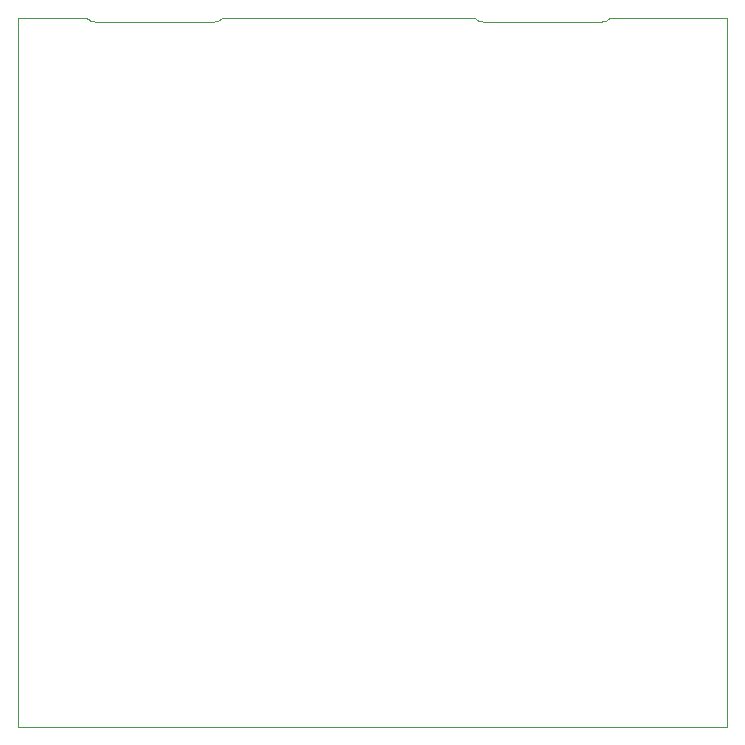
<source format=gm1>
%FSLAX43Y43*%
%MOMM*%
G71*
G01*
G75*
G04 Layer_Color=16711935*
%ADD10R,0.600X1.000*%
%ADD11R,0.400X1.400*%
%ADD12R,2.300X1.900*%
%ADD13R,1.775X1.900*%
%ADD14R,0.650X0.500*%
%ADD15R,1.000X2.250*%
%ADD16R,1.400X1.150*%
%ADD17R,1.600X1.000*%
%ADD18R,2.500X3.000*%
%ADD19O,0.800X0.400*%
%ADD20O,0.250X0.700*%
%ADD21O,0.700X0.250*%
%ADD22R,4.500X4.500*%
%ADD23R,1.200X1.200*%
%ADD24R,1.100X0.600*%
%ADD25R,1.100X1.000*%
%ADD26R,0.350X0.700*%
%ADD27R,0.700X0.700*%
%ADD28R,0.282X0.205*%
%ADD29R,0.550X0.600*%
%ADD30R,0.650X0.800*%
%ADD31R,0.500X0.650*%
%ADD32R,0.762X0.762*%
%ADD33R,0.205X0.282*%
%ADD34R,0.600X0.900*%
%ADD35R,0.800X0.650*%
%ADD36R,0.600X0.550*%
G04:AMPARAMS|DCode=37|XSize=0.205mm|YSize=0.282mm|CornerRadius=0mm|HoleSize=0mm|Usage=FLASHONLY|Rotation=135.000|XOffset=0mm|YOffset=0mm|HoleType=Round|Shape=Rectangle|*
%AMROTATEDRECTD37*
4,1,4,0.172,0.027,-0.027,-0.172,-0.172,-0.027,0.027,0.172,0.172,0.027,0.0*
%
%ADD37ROTATEDRECTD37*%

G04:AMPARAMS|DCode=38|XSize=0.205mm|YSize=0.282mm|CornerRadius=0mm|HoleSize=0mm|Usage=FLASHONLY|Rotation=225.000|XOffset=0mm|YOffset=0mm|HoleType=Round|Shape=Rectangle|*
%AMROTATEDRECTD38*
4,1,4,-0.027,0.172,0.172,-0.027,0.027,-0.172,-0.172,0.027,-0.027,0.172,0.0*
%
%ADD38ROTATEDRECTD38*%

%ADD39R,0.900X0.600*%
%ADD40R,1.200X1.200*%
%ADD41R,0.700X0.700*%
%ADD42C,0.254*%
%ADD43C,0.203*%
%ADD44C,0.180*%
%ADD45C,0.150*%
%ADD46C,0.300*%
%ADD47C,0.125*%
%ADD48C,0.200*%
%ADD49C,0.114*%
%ADD50C,0.250*%
%ADD51C,0.205*%
%ADD52R,0.450X2.959*%
%ADD53R,2.025X0.450*%
%ADD54R,1.650X0.550*%
%ADD55R,0.601X0.571*%
%ADD56R,0.763X0.125*%
%ADD57R,0.600X0.670*%
%ADD58R,0.598X0.716*%
%ADD59R,2.386X0.197*%
%ADD60R,0.350X3.200*%
%ADD61R,1.700X1.700*%
%ADD62C,1.700*%
%ADD63R,1.700X1.700*%
%ADD64C,2.400*%
%ADD65C,1.050*%
%ADD66C,3.600*%
%ADD67C,0.762*%
%ADD68C,0.500*%
%ADD69C,0.450*%
%ADD70C,0.400*%
%ADD71C,0.550*%
%ADD72C,0.500*%
%ADD73C,1.600*%
G04:AMPARAMS|DCode=74|XSize=2.524mm|YSize=2.524mm|CornerRadius=0mm|HoleSize=0mm|Usage=FLASHONLY|Rotation=0.000|XOffset=0mm|YOffset=0mm|HoleType=Round|Shape=Relief|Width=0.254mm|Gap=0.254mm|Entries=4|*
%AMTHD74*
7,0,0,2.524,2.016,0.254,45*
%
%ADD74THD74*%
%ADD75C,2.100*%
G04:AMPARAMS|DCode=76|XSize=3.124mm|YSize=3.124mm|CornerRadius=0mm|HoleSize=0mm|Usage=FLASHONLY|Rotation=0.000|XOffset=0mm|YOffset=0mm|HoleType=Round|Shape=Relief|Width=0.254mm|Gap=0.254mm|Entries=4|*
%AMTHD76*
7,0,0,3.124,2.616,0.254,45*
%
%ADD76THD76*%
G04:AMPARAMS|DCode=77|XSize=1.45mm|YSize=1.45mm|CornerRadius=0mm|HoleSize=0mm|Usage=FLASHONLY|Rotation=0.000|XOffset=0mm|YOffset=0mm|HoleType=Round|Shape=Relief|Width=0.2mm|Gap=0.2mm|Entries=4|*
%AMTHD77*
7,0,0,1.450,1.050,0.200,45*
%
%ADD77THD77*%
%ADD78C,1.250*%
G04:AMPARAMS|DCode=79|XSize=4.224mm|YSize=4.224mm|CornerRadius=0mm|HoleSize=0mm|Usage=FLASHONLY|Rotation=0.000|XOffset=0mm|YOffset=0mm|HoleType=Round|Shape=Relief|Width=0.254mm|Gap=0.254mm|Entries=4|*
%AMTHD79*
7,0,0,4.224,3.716,0.254,45*
%
%ADD79THD79*%
%ADD80C,0.800*%
%ADD81C,0.850*%
%ADD82C,0.400*%
%ADD83C,2.200*%
%ADD84C,3.300*%
%ADD85C,0.930*%
%ADD86C,1.270*%
%ADD87R,1.300X1.600*%
%ADD88R,0.600X0.250*%
%ADD89R,1.600X1.500*%
%ADD90C,0.280*%
%ADD91R,1.700X0.350*%
%ADD92R,1.300X0.600*%
%ADD93R,0.350X0.850*%
%ADD94R,0.950X1.750*%
%ADD95C,0.300*%
%ADD96C,0.800*%
%ADD97C,1.000*%
%ADD98C,0.100*%
%ADD99C,0.050*%
%ADD100C,0.102*%
%ADD101R,0.800X1.000*%
%ADD102R,0.875X0.550*%
%ADD103R,2.100X2.100*%
%ADD104R,2.100X2.100*%
%ADD105R,1.700X1.700*%
%ADD106R,1.800X0.700*%
%ADD107R,0.700X1.800*%
%ADD108R,0.700X1.100*%
%ADD109R,0.500X1.500*%
%ADD110R,2.400X2.000*%
%ADD111R,1.875X2.000*%
%ADD112R,0.750X0.600*%
%ADD113R,1.100X2.350*%
%ADD114R,1.500X1.250*%
%ADD115R,1.700X1.100*%
%ADD116R,2.600X3.100*%
%ADD117O,0.900X0.500*%
%ADD118O,0.350X0.800*%
%ADD119O,0.800X0.350*%
%ADD120R,4.600X4.600*%
%ADD121R,1.300X1.300*%
%ADD122R,1.200X0.700*%
%ADD123R,1.200X1.100*%
%ADD124R,0.450X0.800*%
%ADD125R,0.800X0.800*%
%ADD126R,0.408X0.332*%
%ADD127R,0.650X0.700*%
%ADD128R,0.750X0.900*%
%ADD129R,0.600X0.750*%
%ADD130R,0.862X0.862*%
%ADD131R,0.332X0.408*%
%ADD132R,0.700X1.000*%
%ADD133R,0.900X0.750*%
%ADD134R,0.700X0.650*%
G04:AMPARAMS|DCode=135|XSize=0.332mm|YSize=0.408mm|CornerRadius=0mm|HoleSize=0mm|Usage=FLASHONLY|Rotation=135.000|XOffset=0mm|YOffset=0mm|HoleType=Round|Shape=Rectangle|*
%AMROTATEDRECTD135*
4,1,4,0.261,0.027,-0.027,-0.261,-0.261,-0.027,0.027,0.261,0.261,0.027,0.0*
%
%ADD135ROTATEDRECTD135*%

G04:AMPARAMS|DCode=136|XSize=0.332mm|YSize=0.408mm|CornerRadius=0mm|HoleSize=0mm|Usage=FLASHONLY|Rotation=225.000|XOffset=0mm|YOffset=0mm|HoleType=Round|Shape=Rectangle|*
%AMROTATEDRECTD136*
4,1,4,-0.027,0.261,0.261,-0.027,0.027,-0.261,-0.261,0.027,-0.027,0.261,0.0*
%
%ADD136ROTATEDRECTD136*%

%ADD137R,1.000X0.700*%
%ADD138R,1.300X1.300*%
%ADD139R,0.800X0.800*%
%ADD140R,1.800X1.800*%
%ADD141C,1.800*%
%ADD142R,1.800X1.800*%
%ADD143C,2.500*%
%ADD144C,1.150*%
%ADD145C,3.700*%
%ADD146C,1.370*%
%ADD147R,1.400X1.700*%
%ADD148R,0.700X0.350*%
%ADD149R,1.700X1.600*%
%ADD150C,0.380*%
%ADD151R,1.800X0.450*%
%ADD152R,1.400X0.700*%
%ADD153R,0.450X0.950*%
%ADD154R,1.050X1.850*%
%ADD155C,0.900*%
%ADD156C,0.862*%
%ADD157R,0.200X0.100*%
%ADD158C,0.112*%
D98*
X-54259Y-1D02*
G03*
X-53484Y-350I776J686D01*
G01*
X-21375Y-1D02*
G03*
X-20600Y-350I776J686D01*
G01*
X-10600Y-350D02*
G03*
X-9825Y-1I0J1036D01*
G01*
X-43434Y-350D02*
G03*
X-42659Y-1I0J1036D01*
G01*
X-54209D02*
G03*
X-53434Y-350I776J686D01*
G01*
X-53484D02*
X-43484D01*
X-20600D02*
X-10600D01*
X-42659Y0D02*
X-21375D01*
X-9825D02*
X0D01*
X-19100Y-353D02*
X-12082D01*
X-60000Y0D02*
X-54209D01*
X-53434Y-350D02*
X-43434D01*
X-60000Y-60000D02*
X0D01*
X-60000Y-60000D02*
Y0D01*
X0Y-60000D02*
Y0D01*
M02*

</source>
